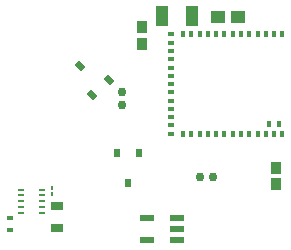
<source format=gtp>
G04*
G04 #@! TF.GenerationSoftware,Altium Limited,Altium Designer,25.4.2 (15)*
G04*
G04 Layer_Color=8421504*
%FSTAX24Y24*%
%MOIN*%
G70*
G04*
G04 #@! TF.SameCoordinates,12F9F1C2-4B93-4E5A-9412-C193BA208CB0*
G04*
G04*
G04 #@! TF.FilePolarity,Positive*
G04*
G01*
G75*
%ADD17R,0.0377X0.0416*%
%ADD18R,0.0157X0.0197*%
%ADD19R,0.0197X0.0157*%
%ADD20R,0.0453X0.0236*%
%ADD21R,0.0217X0.0315*%
G04:AMPARAMS|DCode=22|XSize=21.7mil|YSize=31.5mil|CornerRadius=0mil|HoleSize=0mil|Usage=FLASHONLY|Rotation=223.000|XOffset=0mil|YOffset=0mil|HoleType=Round|Shape=Rectangle|*
%AMROTATEDRECTD22*
4,1,4,-0.0028,0.0189,0.0187,-0.0041,0.0028,-0.0189,-0.0187,0.0041,-0.0028,0.0189,0.0*
%
%ADD22ROTATEDRECTD22*%

%ADD23R,0.0098X0.0138*%
%ADD24R,0.0413X0.0315*%
%ADD25R,0.0236X0.0098*%
%ADD26R,0.0236X0.0177*%
%ADD27R,0.0236X0.0110*%
%ADD28C,0.0300*%
%ADD29R,0.0394X0.0709*%
%ADD30R,0.0475X0.0417*%
D17*
X02588Y01725D02*
D03*
Y017802D02*
D03*
X03034Y013106D02*
D03*
Y012554D02*
D03*
D18*
X02779Y014227D02*
D03*
X028341D02*
D03*
X027514D02*
D03*
X027238Y017573D02*
D03*
X03027D02*
D03*
X030112Y014581D02*
D03*
X029994Y014227D02*
D03*
X029719D02*
D03*
Y017573D02*
D03*
X029994D02*
D03*
X027238Y014227D02*
D03*
X028616D02*
D03*
X028892D02*
D03*
X03027D02*
D03*
X030546D02*
D03*
X029443Y017573D02*
D03*
X029168D02*
D03*
X028892D02*
D03*
X028616D02*
D03*
X028341D02*
D03*
X028065Y014227D02*
D03*
X027514Y017573D02*
D03*
X029443Y014227D02*
D03*
X029168D02*
D03*
X030427Y014581D02*
D03*
X02779Y017573D02*
D03*
X028065D02*
D03*
X030546D02*
D03*
D19*
X026825Y016727D02*
D03*
Y015349D02*
D03*
Y014798D02*
D03*
Y015073D02*
D03*
Y015624D02*
D03*
Y0159D02*
D03*
Y016176D02*
D03*
Y016451D02*
D03*
Y017002D02*
D03*
Y017278D02*
D03*
Y014522D02*
D03*
Y014246D02*
D03*
Y017554D02*
D03*
D20*
X027022Y010686D02*
D03*
Y01106D02*
D03*
Y011434D02*
D03*
X026038D02*
D03*
Y010686D02*
D03*
D21*
X0254Y012608D02*
D03*
X025774Y013592D02*
D03*
X025026D02*
D03*
D22*
X023814Y0165D02*
D03*
X024212Y015525D02*
D03*
X024759Y016035D02*
D03*
D23*
X022884Y012445D02*
D03*
Y012229D02*
D03*
D24*
X023034Y011108D02*
D03*
Y011837D02*
D03*
D25*
X021826Y012384D02*
D03*
Y012187D02*
D03*
X022534Y01199D02*
D03*
Y011793D02*
D03*
X021826Y011596D02*
D03*
Y011793D02*
D03*
Y01199D02*
D03*
X022534Y012187D02*
D03*
Y012384D02*
D03*
D26*
X021484Y01105D02*
D03*
Y011424D02*
D03*
D27*
X022534Y01159D02*
D03*
D28*
X0252Y01563D02*
D03*
X02825Y0128D02*
D03*
X0278D02*
D03*
X02521Y015206D02*
D03*
D29*
X026548Y01817D02*
D03*
X027532D02*
D03*
D30*
X028405Y01815D02*
D03*
X029055D02*
D03*
M02*

</source>
